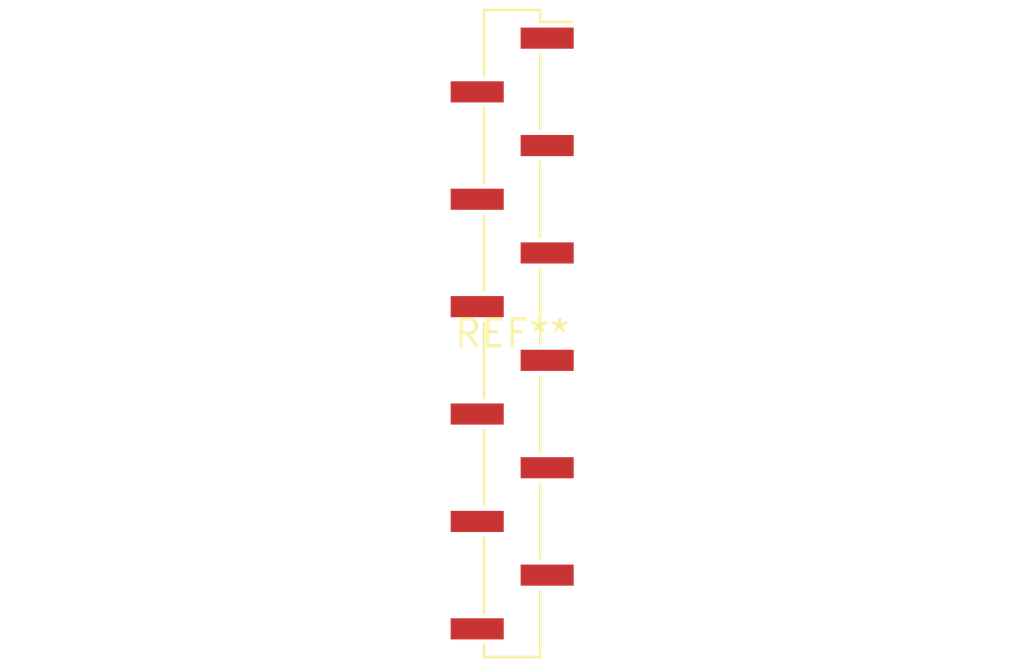
<source format=kicad_pcb>
(kicad_pcb (version 20240108) (generator pcbnew)
  (layers (0 "F.Cu" signal) (31 "B.Cu" signal) (34 "B.Paste" user) (35 "F.Paste" user) (36 "B.SilkS" user "B.Silkscreen") (37 "F.SilkS" user "F.Silkscreen") (38 "B.Mask" user) (39 "F.Mask" user) (44 "Edge.Cuts" user))
  (net 0 "")
  (footprint "PinHeader_1x12_P2.54mm_Vertical_SMD_Pin1Right" (layer "F.Cu") (at 0 0)
    (property "Reference" "REF**")
    (property "Value" "PinHeader_1x12_P2.54mm_Vertical_SMD_Pin1Right")
    (fp_line (start -1.33 -15.3) (end -1.33 -12.19) (layer "F.SilkS") (stroke (width 0.12)))
    (fp_line (start -1.33 -15.3) (end 1.33 -15.3) (layer "F.SilkS") (stroke (width 0.12)))
    (fp_line (start -1.33 -10.67) (end -1.33 -7.11) (layer "F.SilkS") (stroke (width 0.12)))
    (fp_line (start -1.33 -5.59) (end -1.33 -2.03) (layer "F.SilkS") (stroke (width 0.12)))
    (fp_line (start -1.33 -0.51) (end -1.33 3.05) (layer "F.SilkS") (stroke (width 0.12)))
    (fp_line (start -1.33 4.57) (end -1.33 8.13) (layer "F.SilkS") (stroke (width 0.12)))
    (fp_line (start -1.33 9.65) (end -1.33 13.21) (layer "F.SilkS") (stroke (width 0.12)))
    (fp_line (start -1.33 14.73) (end -1.33 15.3) (layer "F.SilkS") (stroke (width 0.12)))
    (fp_line (start -1.33 15.3) (end 1.33 15.3) (layer "F.SilkS") (stroke (width 0.12)))
    (fp_line (start 1.33 -15.3) (end 1.33 -14.73) (layer "F.SilkS") (stroke (width 0.12)))
    (fp_line (start 1.33 -14.73) (end 2.85 -14.73) (layer "F.SilkS") (stroke (width 0.12)))
    (fp_line (start 1.33 -13.21) (end 1.33 -9.65) (layer "F.SilkS") (stroke (width 0.12)))
    (fp_line (start 1.33 -8.13) (end 1.33 -4.57) (layer "F.SilkS") (stroke (width 0.12)))
    (fp_line (start 1.33 -3.05) (end 1.33 0.51) (layer "F.SilkS") (stroke (width 0.12)))
    (fp_line (start 1.33 2.03) (end 1.33 5.59) (layer "F.SilkS") (stroke (width 0.12)))
    (fp_line (start 1.33 7.11) (end 1.33 10.67) (layer "F.SilkS") (stroke (width 0.12)))
    (fp_line (start 1.33 12.19) (end 1.33 15.3) (layer "F.SilkS") (stroke (width 0.12)))
    (pad "1" smd rect (at 1.655 -13.97) (size 2.51 1) (layers "F.Cu" "F.Paste" "F.Mask"))
    (pad "2" smd rect (at -1.655 -11.43) (size 2.51 1) (layers "F.Cu" "F.Paste" "F.Mask"))
    (pad "3" smd rect (at 1.655 -8.89) (size 2.51 1) (layers "F.Cu" "F.Paste" "F.Mask"))
    (pad "4" smd rect (at -1.655 -6.35) (size 2.51 1) (layers "F.Cu" "F.Paste" "F.Mask"))
    (pad "5" smd rect (at 1.655 -3.81) (size 2.51 1) (layers "F.Cu" "F.Paste" "F.Mask"))
    (pad "6" smd rect (at -1.655 -1.27) (size 2.51 1) (layers "F.Cu" "F.Paste" "F.Mask"))
    (pad "7" smd rect (at 1.655 1.27) (size 2.51 1) (layers "F.Cu" "F.Paste" "F.Mask"))
    (pad "8" smd rect (at -1.655 3.81) (size 2.51 1) (layers "F.Cu" "F.Paste" "F.Mask"))
    (pad "9" smd rect (at 1.655 6.35) (size 2.51 1) (layers "F.Cu" "F.Paste" "F.Mask"))
    (pad "10" smd rect (at -1.655 8.89) (size 2.51 1) (layers "F.Cu" "F.Paste" "F.Mask"))
    (pad "11" smd rect (at 1.655 11.43) (size 2.51 1) (layers "F.Cu" "F.Paste" "F.Mask"))
    (pad "12" smd rect (at -1.655 13.97) (size 2.51 1) (layers "F.Cu" "F.Paste" "F.Mask"))
  )
)
</source>
